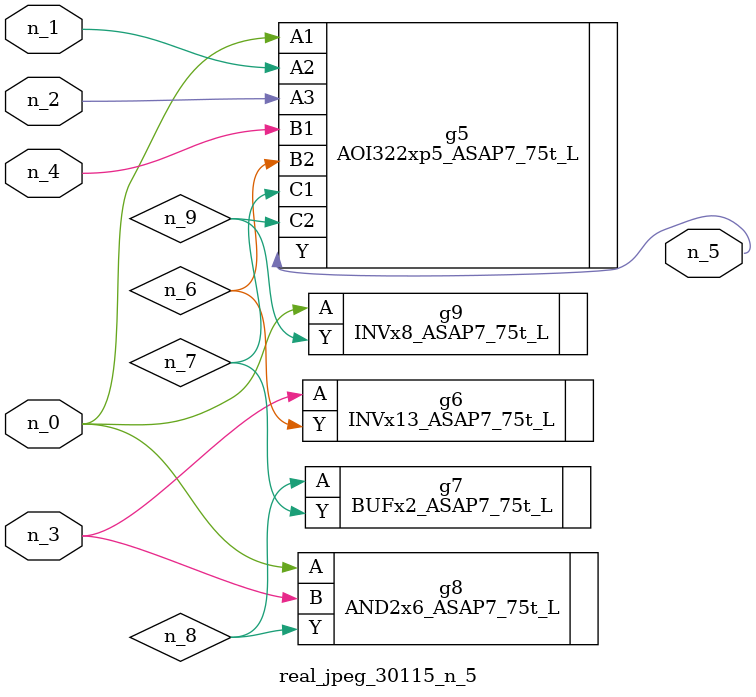
<source format=v>
module real_jpeg_30115_n_5 (n_4, n_0, n_1, n_2, n_3, n_5);

input n_4;
input n_0;
input n_1;
input n_2;
input n_3;

output n_5;

wire n_8;
wire n_6;
wire n_7;
wire n_9;

AOI322xp5_ASAP7_75t_L g5 ( 
.A1(n_0),
.A2(n_1),
.A3(n_2),
.B1(n_4),
.B2(n_6),
.C1(n_7),
.C2(n_9),
.Y(n_5)
);

AND2x6_ASAP7_75t_L g8 ( 
.A(n_0),
.B(n_3),
.Y(n_8)
);

INVx8_ASAP7_75t_L g9 ( 
.A(n_0),
.Y(n_9)
);

INVx13_ASAP7_75t_L g6 ( 
.A(n_3),
.Y(n_6)
);

BUFx2_ASAP7_75t_L g7 ( 
.A(n_8),
.Y(n_7)
);


endmodule
</source>
